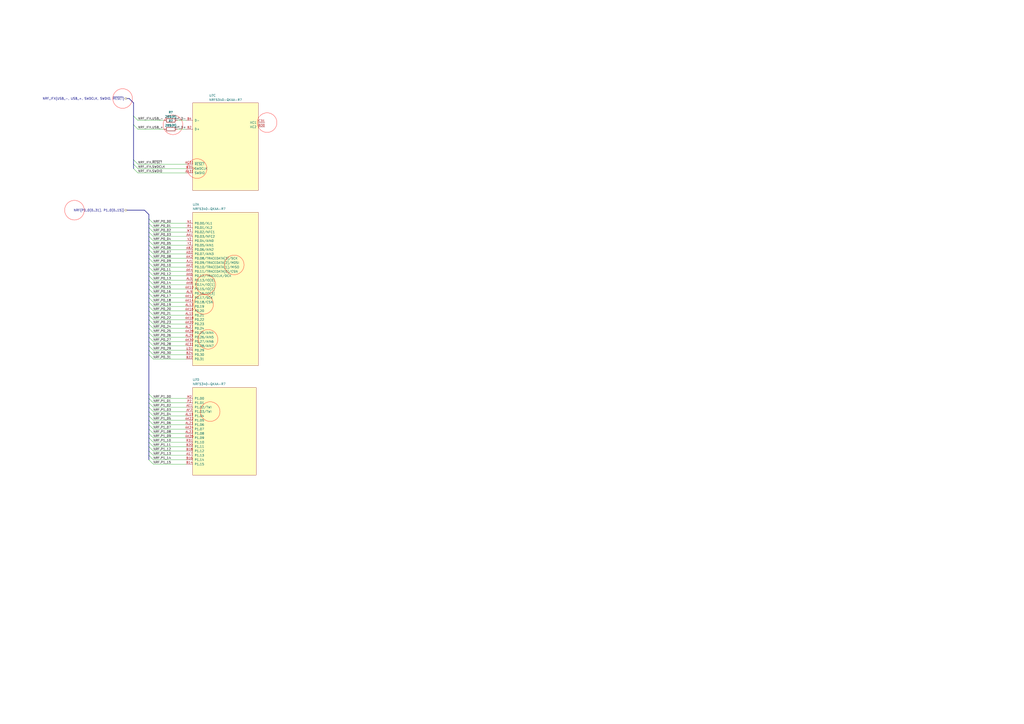
<source format=kicad_sch>
(kicad_sch (version 20230121) (generator eeschema)
  (paper "A2")
  (lib_symbols
    (symbol "Device:R" (pin_numbers hide) (pin_names (offset 0))
      (property "Reference" "R" (at 2.032 0 90))
      (property "Value" "R" (at 0 0 90))
      (symbol "R_0_1"
        (rectangle (start -1.016 -2.54) (end 1.016 2.54) (stroke (width 0.254)))
      )
      (symbol "R_1_1"
        (pin passive line (at 0 3.81 270) (length 1.27) (name "~") (number "1"))
        (pin passive line (at 0 -3.81 90) (length 1.27) (name "~") (number "2"))
      )
    )
    (symbol "NRF5340-QKAA-R7_1" (pin_names (offset 1.016))
      (property "Reference" "U" (at 0 0 0))
      (property "Value" "NRF5340-QKAA-R7_1" (at 0 0 0))
      (symbol "NRF5340-QKAA-R7_1_1_0"
        (pin bidirectional line (at -3.81 -13.97 0) (length 3.81) (name "P0.03/NFC2") (number "AA1"))
        (pin bidirectional line (at -3.81 -21.59 0) (length 3.81) (name "P0.06/AIN2") (number "AB2"))
        (pin bidirectional line (at -3.81 -24.13 0) (length 3.81) (name "P0.07/AIN3") (number "AD2"))
        (pin bidirectional line (at -3.81 -77.47 0) (length 3.81) (name "P0.28/AIN7") (number "AE31"))
        (pin bidirectional line (at -3.81 -26.67 0) (length 3.81) (name "P0.08/TRACEDATA[3]/SCK") (number "AH2"))
        (pin bidirectional line (at -3.81 -29.21 0) (length 3.81) (name "P0.09/TRACEDATA[2]/MOSI") (number "AJ1"))
        (pin bidirectional line (at -3.81 -44.45 0) (length 3.81) (name "P0.15/IO[2]") (number "AK10"))
        (pin bidirectional line (at -3.81 -49.53 0) (length 3.81) (name "P0.17/SCK") (number "AK12"))
        (pin bidirectional line (at -3.81 -52.07 0) (length 3.81) (name "P0.18/CSN") (number "AK14"))
        (pin bidirectional line (at -3.81 -57.15 0) (length 3.81) (name "P0.20") (number "AK16"))
        (pin bidirectional line (at -3.81 -62.23 0) (length 3.81) (name "P0.22") (number "AK18"))
        (pin bidirectional line (at -3.81 -31.75 0) (length 3.81) (name "P0.10/TRACEDATA[1]/MISO") (number "AK2"))
        (pin bidirectional line (at -3.81 -64.77 0) (length 3.81) (name "P0.23") (number "AK20"))
        (pin bidirectional line (at -3.81 -69.85 0) (length 3.81) (name "P0.25/AIN4") (number "AK28"))
        (pin bidirectional line (at -3.81 -74.93 0) (length 3.81) (name "P0.27/AIN6") (number "AK30"))
        (pin bidirectional line (at -3.81 -34.29 0) (length 3.81) (name "P0.11/TRACEDATA[0]/CSN") (number "AK4"))
        (pin bidirectional line (at -3.81 -36.83 0) (length 3.81) (name "P0.12/TRACECLK/DCX") (number "AK6"))
        (pin bidirectional line (at -3.81 -41.91 0) (length 3.81) (name "P0.14/IO[1]") (number "AK8"))
        (pin bidirectional line (at -3.81 -54.61 0) (length 3.81) (name "P0.19") (number "AL13"))
        (pin bidirectional line (at -3.81 -59.69 0) (length 3.81) (name "P0.21") (number "AL15"))
        (pin bidirectional line (at -3.81 -67.31 0) (length 3.81) (name "P0.24") (number "AL27"))
        (pin bidirectional line (at -3.81 -72.39 0) (length 3.81) (name "P0.26/AIN5") (number "AL29"))
        (pin bidirectional line (at -3.81 -39.37 0) (length 3.81) (name "P0.13/IO[0]") (number "AL5"))
        (pin bidirectional line (at -3.81 -46.99 0) (length 3.81) (name "P0.16/IO[3]") (number "AL9"))
        (pin bidirectional line (at -3.81 -85.09 0) (length 3.81) (name "P0.31") (number "B22"))
        (pin bidirectional line (at -3.81 -82.55 0) (length 3.81) (name "P0.30") (number "B24"))
        (pin bidirectional line (at -3.81 -6.35 0) (length 3.81) (name "P0.00/XL1") (number "N1"))
        (pin bidirectional line (at -3.81 -8.89 0) (length 3.81) (name "P0.01/XL2") (number "R1"))
        (pin bidirectional line (at -3.81 -80.01 0) (length 3.81) (name "P0.29") (number "U31"))
        (pin bidirectional line (at -3.81 -16.51 0) (length 3.81) (name "P0.04/AIN0") (number "V2"))
        (pin bidirectional line (at -3.81 -11.43 0) (length 3.81) (name "P0.02/NFC1") (number "W1"))
        (pin bidirectional line (at -3.81 -19.05 0) (length 3.81) (name "P0.05/AIN1") (number "Y2"))
      )
      (symbol "NRF5340-QKAA-R7_1_1_1"
        (rectangle (start 0 0) (end 38.1 -88.9) (fill (type background)))
      )
      (symbol "NRF5340-QKAA-R7_1_2_0"
        (pin power_in line (at 19.05 -143.51 90) (length 3.81) (name "VSS") (number "104"))
        (pin power_in line (at 19.05 -143.51 90) (length 3.81) hide (name "VSS") (number "35"))
        (pin power_in line (at 19.05 -143.51 90) (length 3.81) hide (name "VSS") (number "36"))
        (pin power_in line (at 19.05 -143.51 90) (length 3.81) hide (name "VSS") (number "37"))
        (pin power_in line (at 19.05 -143.51 90) (length 3.81) hide (name "VSS") (number "38"))
        (pin power_in line (at 19.05 -143.51 90) (length 3.81) hide (name "VSS") (number "39"))
        (pin power_in line (at 19.05 -143.51 90) (length 3.81) hide (name "VSS") (number "40"))
        (pin power_in line (at 19.05 -143.51 90) (length 3.81) hide (name "VSS") (number "41"))
        (pin power_in line (at 19.05 -143.51 90) (length 3.81) hide (name "VSS") (number "43"))
        (pin power_in line (at 19.05 -143.51 90) (length 3.81) hide (name "VSS") (number "44"))
        (pin power_in line (at 19.05 -143.51 90) (length 3.81) hide (name "VSS") (number "45"))
        (pin power_in line (at 19.05 -143.51 90) (length 3.81) hide (name "VSS") (number "46"))
        (pin power_in line (at 19.05 -143.51 90) (length 3.81) hide (name "VSS") (number "47"))
        (pin power_in line (at 19.05 -143.51 90) (length 3.81) hide (name "VSS") (number "48"))
        (pin power_in line (at 19.05 -143.51 90) (length 3.81) hide (name "VSS") (number "49"))
        (pin power_in line (at 19.05 -143.51 90) (length 3.81) hide (name "VSS") (number "50"))
        (pin power_in line (at 19.05 -143.51 90) (length 3.81) hide (name "VSS") (number "51"))
        (pin power_in line (at -3.81 -130.81 0) (length 3.81) (name "DECA") (number "A13"))
        (pin power_in line (at -3.81 -88.9 0) (length 3.81) (name "DECD") (number "A15"))
        (pin power_in line (at -3.81 -36.83 0) (length 3.81) (name "VDD1") (number "A19"))
        (pin power_in line (at -3.81 -39.37 0) (length 3.81) (name "DCC") (number "A21"))
        (pin power_in line (at -3.81 -128.27 0) (length 3.81) (name "DECN") (number "A23"))
        (pin power_in line (at 19.05 -143.51 90) (length 3.81) hide (name "VSS") (number "A25"))
        (pin power_in line (at -3.81 -48.26 0) (length 3.81) (name "DECR") (number "A27"))
        (pin power_in line (at -3.81 -123.19 0) (length 3.81) (name "VBUS") (number "A5"))
        (pin power_in line (at -3.81 -6.35 0) (length 3.81) (name "VDD") (number "AC1"))
        (pin power_in line (at -3.81 -6.35 0) (length 3.81) hide (name "VDD") (number "AG1"))
        (pin power_in line (at -3.81 -6.35 0) (length 3.81) hide (name "VDD") (number "AJ31"))
        (pin power_in line (at -3.81 -6.35 0) (length 3.81) hide (name "VDD") (number "AL11"))
        (pin power_in line (at -3.81 -6.35 0) (length 3.81) hide (name "VDD") (number "AL17"))
        (pin power_in line (at -3.81 -6.35 0) (length 3.81) hide (name "VDD") (number "AL25"))
        (pin power_in line (at -3.81 -6.35 0) (length 3.81) hide (name "VDD") (number "AL3"))
        (pin power_in line (at -3.81 -6.35 0) (length 3.81) hide (name "VDD") (number "AL7"))
        (pin power_in line (at -3.81 -77.47 0) (length 3.81) (name "DCCD") (number "B10"))
        (pin power_in line (at 19.05 -143.51 90) (length 3.81) hide (name "VSS") (number "B12"))
        (pin power_in line (at 19.05 -143.51 90) (length 3.81) hide (name "VSS") (number "B26"))
        (pin power_in line (at -3.81 -6.35 0) (length 3.81) hide (name "VDD") (number "B28"))
        (pin power_in line (at -3.81 -125.73 0) (length 3.81) (name "DECUSB") (number "B6"))
        (pin power_in line (at -3.81 -74.93 0) (length 3.81) (name "VDD2") (number "B8"))
        (pin power_in line (at -3.81 -6.35 0) (length 3.81) hide (name "VDD") (number "C1"))
        (pin power_in line (at -3.81 -104.14 0) (length 3.81) (name "VDDH") (number "E1"))
        (pin power_in line (at -3.81 -6.35 0) (length 3.81) hide (name "VDD") (number "E31"))
        (pin power_in line (at 19.05 -143.51 90) (length 3.81) hide (name "VSS") (number "G1"))
        (pin power_in line (at -3.81 -50.8 0) (length 3.81) (name "DECRF") (number "G31"))
        (pin power_in line (at 19.05 -143.51 90) (length 3.81) hide (name "VSS") (number "H2"))
        (pin power_in line (at -3.81 -101.6 0) (length 3.81) (name "DCCH") (number "J1"))
        (pin power_in line (at 19.05 -143.51 90) (length 3.81) hide (name "VSS") (number "J31"))
        (pin power_in line (at -3.81 -99.06 0) (length 3.81) (name "VDD3") (number "L1"))
        (pin bidirectional line (at 41.91 -69.85 180) (length 3.81) (name "ANT") (number "L31"))
        (pin power_in line (at -3.81 -6.35 0) (length 3.81) hide (name "VDD") (number "N31"))
        (pin power_in line (at -3.81 -6.35 0) (length 3.81) hide (name "VDD") (number "U1"))
      )
      (symbol "NRF5340-QKAA-R7_1_2_1"
        (rectangle (start 0 0) (end 38.1 -139.7) (fill (type background)))
      )
      (symbol "NRF5340-QKAA-R7_1_3_0"
        (pin no_connect line (at 41.91 -34.29 180) (length 3.81) (name "NC") (number "A1"))
        (pin no_connect line (at 41.91 -34.29 180) (length 3.81) (name "NC") (number "A31"))
        (pin bidirectional line (at -3.81 -40.64 0) (length 3.81) (name "SWDIO") (number "AA31"))
        (pin input line (at -3.81 -35.56 0) (length 3.81) (name "~{RESET}") (number "AC31"))
        (pin no_connect line (at 41.91 -34.29 180) (length 3.81) (name "NC") (number "AG31"))
        (pin no_connect line (at 41.91 -34.29 180) (length 3.81) (name "NC") (number "AL1"))
        (pin no_connect line (at 41.91 -34.29 180) (length 3.81) (name "NC") (number "AL31"))
        (pin bidirectional line (at -3.81 -15.24 0) (length 3.81) (name "D+") (number "B2"))
        (pin output line (at 41.91 -13.97 180) (length 3.81) (name "XC2") (number "B30"))
        (pin bidirectional line (at -3.81 -10.16 0) (length 3.81) (name "D-") (number "B4"))
        (pin input line (at 41.91 -11.43 180) (length 3.81) (name "XC1") (number "C31"))
        (pin no_connect line (at 41.91 -34.29 180) (length 3.81) (name "NC") (number "D2"))
        (pin no_connect line (at 41.91 -34.29 180) (length 3.81) (name "NC") (number "F2"))
        (pin no_connect line (at 41.91 -34.29 180) (length 3.81) (name "NC") (number "K2"))
        (pin no_connect line (at 41.91 -34.29 180) (length 3.81) (name "NC") (number "T2"))
        (pin input clock (at -3.81 -38.1 0) (length 3.81) (name "SWDCLK") (number "W31"))
      )
      (symbol "NRF5340-QKAA-R7_1_3_1"
        (rectangle (start 0 0) (end 38.1 -50.8) (fill (type background)))
      )
      (symbol "NRF5340-QKAA-R7_1_4_0"
        (pin bidirectional line (at -3.81 -39.37 0) (length 3.81) (name "P1.13") (number "A17"))
        (pin bidirectional line (at -3.81 -11.43 0) (length 3.81) (name "P1.02/TWI") (number "AE1"))
        (pin bidirectional line (at -3.81 -13.97 0) (length 3.81) (name "P1.03/TWI") (number "AF2"))
        (pin bidirectional line (at -3.81 -19.05 0) (length 3.81) (name "P1.05") (number "AK22"))
        (pin bidirectional line (at -3.81 -24.13 0) (length 3.81) (name "P1.07") (number "AK24"))
        (pin bidirectional line (at -3.81 -29.21 0) (length 3.81) (name "P1.09") (number "AK26"))
        (pin bidirectional line (at -3.81 -16.51 0) (length 3.81) (name "P1.04") (number "AL19"))
        (pin bidirectional line (at -3.81 -21.59 0) (length 3.81) (name "P1.06") (number "AL21"))
        (pin bidirectional line (at -3.81 -26.67 0) (length 3.81) (name "P1.08") (number "AL23"))
        (pin bidirectional line (at -3.81 -44.45 0) (length 3.81) (name "P1.15") (number "B14"))
        (pin bidirectional line (at -3.81 -41.91 0) (length 3.81) (name "P1.14") (number "B16"))
        (pin bidirectional line (at -3.81 -36.83 0) (length 3.81) (name "P1.12") (number "B18"))
        (pin bidirectional line (at -3.81 -34.29 0) (length 3.81) (name "P1.11") (number "B20"))
        (pin bidirectional line (at -3.81 -6.35 0) (length 3.81) (name "P1.00") (number "M2"))
        (pin bidirectional line (at -3.81 -8.89 0) (length 3.81) (name "P1.01") (number "P2"))
        (pin bidirectional line (at -3.81 -31.75 0) (length 3.81) (name "P1.10") (number "R31"))
      )
      (symbol "NRF5340-QKAA-R7_1_4_1"
        (rectangle (start 0 0) (end 36.83 -50.8) (fill (type background)))
      )
    )
    (symbol "NRF5340-QKAA-R7_2" (pin_names (offset 1.016))
      (property "Reference" "U" (at 0 0 0))
      (property "Value" "NRF5340-QKAA-R7_2" (at 0 0 0))
      (symbol "NRF5340-QKAA-R7_2_1_0"
        (pin bidirectional line (at -3.81 -13.97 0) (length 3.81) (name "P0.03/NFC2") (number "AA1"))
        (pin bidirectional line (at -3.81 -21.59 0) (length 3.81) (name "P0.06/AIN2") (number "AB2"))
        (pin bidirectional line (at -3.81 -24.13 0) (length 3.81) (name "P0.07/AIN3") (number "AD2"))
        (pin bidirectional line (at -3.81 -77.47 0) (length 3.81) (name "P0.28/AIN7") (number "AE31"))
        (pin bidirectional line (at -3.81 -26.67 0) (length 3.81) (name "P0.08/TRACEDATA[3]/SCK") (number "AH2"))
        (pin bidirectional line (at -3.81 -29.21 0) (length 3.81) (name "P0.09/TRACEDATA[2]/MOSI") (number "AJ1"))
        (pin bidirectional line (at -3.81 -44.45 0) (length 3.81) (name "P0.15/IO[2]") (number "AK10"))
        (pin bidirectional line (at -3.81 -49.53 0) (length 3.81) (name "P0.17/SCK") (number "AK12"))
        (pin bidirectional line (at -3.81 -52.07 0) (length 3.81) (name "P0.18/CSN") (number "AK14"))
        (pin bidirectional line (at -3.81 -57.15 0) (length 3.81) (name "P0.20") (number "AK16"))
        (pin bidirectional line (at -3.81 -62.23 0) (length 3.81) (name "P0.22") (number "AK18"))
        (pin bidirectional line (at -3.81 -31.75 0) (length 3.81) (name "P0.10/TRACEDATA[1]/MISO") (number "AK2"))
        (pin bidirectional line (at -3.81 -64.77 0) (length 3.81) (name "P0.23") (number "AK20"))
        (pin bidirectional line (at -3.81 -69.85 0) (length 3.81) (name "P0.25/AIN4") (number "AK28"))
        (pin bidirectional line (at -3.81 -74.93 0) (length 3.81) (name "P0.27/AIN6") (number "AK30"))
        (pin bidirectional line (at -3.81 -34.29 0) (length 3.81) (name "P0.11/TRACEDATA[0]/CSN") (number "AK4"))
        (pin bidirectional line (at -3.81 -36.83 0) (length 3.81) (name "P0.12/TRACECLK/DCX") (number "AK6"))
        (pin bidirectional line (at -3.81 -41.91 0) (length 3.81) (name "P0.14/IO[1]") (number "AK8"))
        (pin bidirectional line (at -3.81 -54.61 0) (length 3.81) (name "P0.19") (number "AL13"))
        (pin bidirectional line (at -3.81 -59.69 0) (length 3.81) (name "P0.21") (number "AL15"))
        (pin bidirectional line (at -3.81 -67.31 0) (length 3.81) (name "P0.24") (number "AL27"))
        (pin bidirectional line (at -3.81 -72.39 0) (length 3.81) (name "P0.26/AIN5") (number "AL29"))
        (pin bidirectional line (at -3.81 -39.37 0) (length 3.81) (name "P0.13/IO[0]") (number "AL5"))
        (pin bidirectional line (at -3.81 -46.99 0) (length 3.81) (name "P0.16/IO[3]") (number "AL9"))
        (pin bidirectional line (at -3.81 -85.09 0) (length 3.81) (name "P0.31") (number "B22"))
        (pin bidirectional line (at -3.81 -82.55 0) (length 3.81) (name "P0.30") (number "B24"))
        (pin bidirectional line (at -3.81 -6.35 0) (length 3.81) (name "P0.00/XL1") (number "N1"))
        (pin bidirectional line (at -3.81 -8.89 0) (length 3.81) (name "P0.01/XL2") (number "R1"))
        (pin bidirectional line (at -3.81 -80.01 0) (length 3.81) (name "P0.29") (number "U31"))
        (pin bidirectional line (at -3.81 -16.51 0) (length 3.81) (name "P0.04/AIN0") (number "V2"))
        (pin bidirectional line (at -3.81 -11.43 0) (length 3.81) (name "P0.02/NFC1") (number "W1"))
        (pin bidirectional line (at -3.81 -19.05 0) (length 3.81) (name "P0.05/AIN1") (number "Y2"))
      )
      (symbol "NRF5340-QKAA-R7_2_1_1"
        (rectangle (start 0 0) (end 38.1 -88.9) (fill (type background)))
      )
      (symbol "NRF5340-QKAA-R7_2_2_0"
        (pin power_in line (at 19.05 -143.51 90) (length 3.81) (name "VSS") (number "104"))
        (pin power_in line (at 19.05 -143.51 90) (length 3.81) hide (name "VSS") (number "35"))
        (pin power_in line (at 19.05 -143.51 90) (length 3.81) hide (name "VSS") (number "36"))
        (pin power_in line (at 19.05 -143.51 90) (length 3.81) hide (name "VSS") (number "37"))
        (pin power_in line (at 19.05 -143.51 90) (length 3.81) hide (name "VSS") (number "38"))
        (pin power_in line (at 19.05 -143.51 90) (length 3.81) hide (name "VSS") (number "39"))
        (pin power_in line (at 19.05 -143.51 90) (length 3.81) hide (name "VSS") (number "40"))
        (pin power_in line (at 19.05 -143.51 90) (length 3.81) hide (name "VSS") (number "41"))
        (pin power_in line (at 19.05 -143.51 90) (length 3.81) hide (name "VSS") (number "43"))
        (pin power_in line (at 19.05 -143.51 90) (length 3.81) hide (name "VSS") (number "44"))
        (pin power_in line (at 19.05 -143.51 90) (length 3.81) hide (name "VSS") (number "45"))
        (pin power_in line (at 19.05 -143.51 90) (length 3.81) hide (name "VSS") (number "46"))
        (pin power_in line (at 19.05 -143.51 90) (length 3.81) hide (name "VSS") (number "47"))
        (pin power_in line (at 19.05 -143.51 90) (length 3.81) hide (name "VSS") (number "48"))
        (pin power_in line (at 19.05 -143.51 90) (length 3.81) hide (name "VSS") (number "49"))
        (pin power_in line (at 19.05 -143.51 90) (length 3.81) hide (name "VSS") (number "50"))
        (pin power_in line (at 19.05 -143.51 90) (length 3.81) hide (name "VSS") (number "51"))
        (pin power_in line (at -3.81 -130.81 0) (length 3.81) (name "DECA") (number "A13"))
        (pin power_in line (at -3.81 -88.9 0) (length 3.81) (name "DECD") (number "A15"))
        (pin power_in line (at -3.81 -36.83 0) (length 3.81) (name "VDD1") (number "A19"))
        (pin power_in line (at -3.81 -39.37 0) (length 3.81) (name "DCC") (number "A21"))
        (pin power_in line (at -3.81 -128.27 0) (length 3.81) (name "DECN") (number "A23"))
        (pin power_in line (at 19.05 -143.51 90) (length 3.81) hide (name "VSS") (number "A25"))
        (pin power_in line (at -3.81 -48.26 0) (length 3.81) (name "DECR") (number "A27"))
        (pin power_in line (at -3.81 -123.19 0) (length 3.81) (name "VBUS") (number "A5"))
        (pin power_in line (at -3.81 -6.35 0) (length 3.81) (name "VDD") (number "AC1"))
        (pin power_in line (at -3.81 -6.35 0) (length 3.81) hide (name "VDD") (number "AG1"))
        (pin power_in line (at -3.81 -6.35 0) (length 3.81) hide (name "VDD") (number "AJ31"))
        (pin power_in line (at -3.81 -6.35 0) (length 3.81) hide (name "VDD") (number "AL11"))
        (pin power_in line (at -3.81 -6.35 0) (length 3.81) hide (name "VDD") (number "AL17"))
        (pin power_in line (at -3.81 -6.35 0) (length 3.81) hide (name "VDD") (number "AL25"))
        (pin power_in line (at -3.81 -6.35 0) (length 3.81) hide (name "VDD") (number "AL3"))
        (pin power_in line (at -3.81 -6.35 0) (length 3.81) hide (name "VDD") (number "AL7"))
        (pin power_in line (at -3.81 -77.47 0) (length 3.81) (name "DCCD") (number "B10"))
        (pin power_in line (at 19.05 -143.51 90) (length 3.81) hide (name "VSS") (number "B12"))
        (pin power_in line (at 19.05 -143.51 90) (length 3.81) hide (name "VSS") (number "B26"))
        (pin power_in line (at -3.81 -6.35 0) (length 3.81) hide (name "VDD") (number "B28"))
        (pin power_in line (at -3.81 -125.73 0) (length 3.81) (name "DECUSB") (number "B6"))
        (pin power_in line (at -3.81 -74.93 0) (length 3.81) (name "VDD2") (number "B8"))
        (pin power_in line (at -3.81 -6.35 0) (length 3.81) hide (name "VDD") (number "C1"))
        (pin power_in line (at -3.81 -104.14 0) (length 3.81) (name "VDDH") (number "E1"))
        (pin power_in line (at -3.81 -6.35 0) (length 3.81) hide (name "VDD") (number "E31"))
        (pin power_in line (at 19.05 -143.51 90) (length 3.81) hide (name "VSS") (number "G1"))
        (pin power_in line (at -3.81 -50.8 0) (length 3.81) (name "DECRF") (number "G31"))
        (pin power_in line (at 19.05 -143.51 90) (length 3.81) hide (name "VSS") (number "H2"))
        (pin power_in line (at -3.81 -101.6 0) (length 3.81) (name "DCCH") (number "J1"))
        (pin power_in line (at 19.05 -143.51 90) (length 3.81) hide (name "VSS") (number "J31"))
        (pin power_in line (at -3.81 -99.06 0) (length 3.81) (name "VDD3") (number "L1"))
        (pin bidirectional line (at 41.91 -69.85 180) (length 3.81) (name "ANT") (number "L31"))
        (pin power_in line (at -3.81 -6.35 0) (length 3.81) hide (name "VDD") (number "N31"))
        (pin power_in line (at -3.81 -6.35 0) (length 3.81) hide (name "VDD") (number "U1"))
      )
      (symbol "NRF5340-QKAA-R7_2_2_1"
        (rectangle (start 0 0) (end 38.1 -139.7) (fill (type background)))
      )
      (symbol "NRF5340-QKAA-R7_2_3_0"
        (pin no_connect line (at 41.91 -34.29 180) (length 3.81) (name "NC") (number "A1"))
        (pin no_connect line (at 41.91 -34.29 180) (length 3.81) (name "NC") (number "A31"))
        (pin bidirectional line (at -3.81 -40.64 0) (length 3.81) (name "SWDIO") (number "AA31"))
        (pin input line (at -3.81 -35.56 0) (length 3.81) (name "~{RESET}") (number "AC31"))
        (pin no_connect line (at 41.91 -34.29 180) (length 3.81) (name "NC") (number "AG31"))
        (pin no_connect line (at 41.91 -34.29 180) (length 3.81) (name "NC") (number "AL1"))
        (pin no_connect line (at 41.91 -34.29 180) (length 3.81) (name "NC") (number "AL31"))
        (pin bidirectional line (at -3.81 -15.24 0) (length 3.81) (name "D+") (number "B2"))
        (pin output line (at 41.91 -13.97 180) (length 3.81) (name "XC2") (number "B30"))
        (pin bidirectional line (at -3.81 -10.16 0) (length 3.81) (name "D-") (number "B4"))
        (pin input line (at 41.91 -11.43 180) (length 3.81) (name "XC1") (number "C31"))
        (pin no_connect line (at 41.91 -34.29 180) (length 3.81) (name "NC") (number "D2"))
        (pin no_connect line (at 41.91 -34.29 180) (length 3.81) (name "NC") (number "F2"))
        (pin no_connect line (at 41.91 -34.29 180) (length 3.81) (name "NC") (number "K2"))
        (pin no_connect line (at 41.91 -34.29 180) (length 3.81) (name "NC") (number "T2"))
        (pin input clock (at -3.81 -38.1 0) (length 3.81) (name "SWDCLK") (number "W31"))
      )
      (symbol "NRF5340-QKAA-R7_2_3_1"
        (rectangle (start 0 0) (end 38.1 -50.8) (fill (type background)))
      )
      (symbol "NRF5340-QKAA-R7_2_4_0"
        (pin bidirectional line (at -3.81 -39.37 0) (length 3.81) (name "P1.13") (number "A17"))
        (pin bidirectional line (at -3.81 -11.43 0) (length 3.81) (name "P1.02/TWI") (number "AE1"))
        (pin bidirectional line (at -3.81 -13.97 0) (length 3.81) (name "P1.03/TWI") (number "AF2"))
        (pin bidirectional line (at -3.81 -19.05 0) (length 3.81) (name "P1.05") (number "AK22"))
        (pin bidirectional line (at -3.81 -24.13 0) (length 3.81) (name "P1.07") (number "AK24"))
        (pin bidirectional line (at -3.81 -29.21 0) (length 3.81) (name "P1.09") (number "AK26"))
        (pin bidirectional line (at -3.81 -16.51 0) (length 3.81) (name "P1.04") (number "AL19"))
        (pin bidirectional line (at -3.81 -21.59 0) (length 3.81) (name "P1.06") (number "AL21"))
        (pin bidirectional line (at -3.81 -26.67 0) (length 3.81) (name "P1.08") (number "AL23"))
        (pin bidirectional line (at -3.81 -44.45 0) (length 3.81) (name "P1.15") (number "B14"))
        (pin bidirectional line (at -3.81 -41.91 0) (length 3.81) (name "P1.14") (number "B16"))
        (pin bidirectional line (at -3.81 -36.83 0) (length 3.81) (name "P1.12") (number "B18"))
        (pin bidirectional line (at -3.81 -34.29 0) (length 3.81) (name "P1.11") (number "B20"))
        (pin bidirectional line (at -3.81 -6.35 0) (length 3.81) (name "P1.00") (number "M2"))
        (pin bidirectional line (at -3.81 -8.89 0) (length 3.81) (name "P1.01") (number "P2"))
        (pin bidirectional line (at -3.81 -31.75 0) (length 3.81) (name "P1.10") (number "R31"))
      )
      (symbol "NRF5340-QKAA-R7_2_4_1"
        (rectangle (start 0 0) (end 36.83 -50.8) (fill (type background)))
      )
    )
    (symbol "NRF5340-QKAA-R7_3" (pin_names (offset 1.016))
      (property "Reference" "U" (at 0 0 0))
      (property "Value" "NRF5340-QKAA-R7_3" (at 0 0 0))
      (symbol "NRF5340-QKAA-R7_3_1_0"
        (pin bidirectional line (at -3.81 -13.97 0) (length 3.81) (name "P0.03/NFC2") (number "AA1"))
        (pin bidirectional line (at -3.81 -21.59 0) (length 3.81) (name "P0.06/AIN2") (number "AB2"))
        (pin bidirectional line (at -3.81 -24.13 0) (length 3.81) (name "P0.07/AIN3") (number "AD2"))
        (pin bidirectional line (at -3.81 -77.47 0) (length 3.81) (name "P0.28/AIN7") (number "AE31"))
        (pin bidirectional line (at -3.81 -26.67 0) (length 3.81) (name "P0.08/TRACEDATA[3]/SCK") (number "AH2"))
        (pin bidirectional line (at -3.81 -29.21 0) (length 3.81) (name "P0.09/TRACEDATA[2]/MOSI") (number "AJ1"))
        (pin bidirectional line (at -3.81 -44.45 0) (length 3.81) (name "P0.15/IO[2]") (number "AK10"))
        (pin bidirectional line (at -3.81 -49.53 0) (length 3.81) (name "P0.17/SCK") (number "AK12"))
        (pin bidirectional line (at -3.81 -52.07 0) (length 3.81) (name "P0.18/CSN") (number "AK14"))
        (pin bidirectional line (at -3.81 -57.15 0) (length 3.81) (name "P0.20") (number "AK16"))
        (pin bidirectional line (at -3.81 -62.23 0) (length 3.81) (name "P0.22") (number "AK18"))
        (pin bidirectional line (at -3.81 -31.75 0) (length 3.81) (name "P0.10/TRACEDATA[1]/MISO") (number "AK2"))
        (pin bidirectional line (at -3.81 -64.77 0) (length 3.81) (name "P0.23") (number "AK20"))
        (pin bidirectional line (at -3.81 -69.85 0) (length 3.81) (name "P0.25/AIN4") (number "AK28"))
        (pin bidirectional line (at -3.81 -74.93 0) (length 3.81) (name "P0.27/AIN6") (number "AK30"))
        (pin bidirectional line (at -3.81 -34.29 0) (length 3.81) (name "P0.11/TRACEDATA[0]/CSN") (number "AK4"))
        (pin bidirectional line (at -3.81 -36.83 0) (length 3.81) (name "P0.12/TRACECLK/DCX") (number "AK6"))
        (pin bidirectional line (at -3.81 -41.91 0) (length 3.81) (name "P0.14/IO[1]") (number "AK8"))
        (pin bidirectional line (at -3.81 -54.61 0) (length 3.81) (name "P0.19") (number "AL13"))
        (pin bidirectional line (at -3.81 -59.69 0) (length 3.81) (name "P0.21") (number "AL15"))
        (pin bidirectional line (at -3.81 -67.31 0) (length 3.81) (name "P0.24") (number "AL27"))
        (pin bidirectional line (at -3.81 -72.39 0) (length 3.81) (name "P0.26/AIN5") (number "AL29"))
        (pin bidirectional line (at -3.81 -39.37 0) (length 3.81) (name "P0.13/IO[0]") (number "AL5"))
        (pin bidirectional line (at -3.81 -46.99 0) (length 3.81) (name "P0.16/IO[3]") (number "AL9"))
        (pin bidirectional line (at -3.81 -85.09 0) (length 3.81) (name "P0.31") (number "B22"))
        (pin bidirectional line (at -3.81 -82.55 0) (length 3.81) (name "P0.30") (number "B24"))
        (pin bidirectional line (at -3.81 -6.35 0) (length 3.81) (name "P0.00/XL1") (number "N1"))
        (pin bidirectional line (at -3.81 -8.89 0) (length 3.81) (name "P0.01/XL2") (number "R1"))
        (pin bidirectional line (at -3.81 -80.01 0) (length 3.81) (name "P0.29") (number "U31"))
        (pin bidirectional line (at -3.81 -16.51 0) (length 3.81) (name "P0.04/AIN0") (number "V2"))
        (pin bidirectional line (at -3.81 -11.43 0) (length 3.81) (name "P0.02/NFC1") (number "W1"))
        (pin bidirectional line (at -3.81 -19.05 0) (length 3.81) (name "P0.05/AIN1") (number "Y2"))
      )
      (symbol "NRF5340-QKAA-R7_3_1_1"
        (rectangle (start 0 0) (end 38.1 -88.9) (fill (type background)))
      )
      (symbol "NRF5340-QKAA-R7_3_2_0"
        (pin power_in line (at 19.05 -143.51 90) (length 3.81) (name "VSS") (number "104"))
        (pin power_in line (at 19.05 -143.51 90) (length 3.81) hide (name "VSS") (number "35"))
        (pin power_in line (at 19.05 -143.51 90) (length 3.81) hide (name "VSS") (number "36"))
        (pin power_in line (at 19.05 -143.51 90) (length 3.81) hide (name "VSS") (number "37"))
        (pin power_in line (at 19.05 -143.51 90) (length 3.81) hide (name "VSS") (number "38"))
        (pin power_in line (at 19.05 -143.51 90) (length 3.81) hide (name "VSS") (number "39"))
        (pin power_in line (at 19.05 -143.51 90) (length 3.81) hide (name "VSS") (number "40"))
        (pin power_in line (at 19.05 -143.51 90) (length 3.81) hide (name "VSS") (number "41"))
        (pin power_in line (at 19.05 -143.51 90) (length 3.81) hide (name "VSS") (number "43"))
        (pin power_in line (at 19.05 -143.51 90) (length 3.81) hide (name "VSS") (number "44"))
        (pin power_in line (at 19.05 -143.51 90) (length 3.81) hide (name "VSS") (number "45"))
        (pin power_in line (at 19.05 -143.51 90) (length 3.81) hide (name "VSS") (number "46"))
        (pin power_in line (at 19.05 -143.51 90) (length 3.81) hide (name "VSS") (number "47"))
        (pin power_in line (at 19.05 -143.51 90) (length 3.81) hide (name "VSS") (number "48"))
        (pin power_in line (at 19.05 -143.51 90) (length 3.81) hide (name "VSS") (number "49"))
        (pin power_in line (at 19.05 -143.51 90) (length 3.81) hide (name "VSS") (number "50"))
        (pin power_in line (at 19.05 -143.51 90) (length 3.81) hide (name "VSS") (number "51"))
        (pin power_in line (at -3.81 -130.81 0) (length 3.81) (name "DECA") (number "A13"))
        (pin power_in line (at -3.81 -88.9 0) (length 3.81) (name "DECD") (number "A15"))
        (pin power_in line (at -3.81 -36.83 0) (length 3.81) (name "VDD1") (number "A19"))
        (pin power_in line (at -3.81 -39.37 0) (length 3.81) (name "DCC") (number "A21"))
        (pin power_in line (at -3.81 -128.27 0) (length 3.81) (name "DECN") (number "A23"))
        (pin power_in line (at 19.05 -143.51 90) (length 3.81) hide (name "VSS") (number "A25"))
        (pin power_in line (at -3.81 -48.26 0) (length 3.81) (name "DECR") (number "A27"))
        (pin power_in line (at -3.81 -123.19 0) (length 3.81) (name "VBUS") (number "A5"))
        (pin power_in line (at -3.81 -6.35 0) (length 3.81) (name "VDD") (number "AC1"))
        (pin power_in line (at -3.81 -6.35 0) (length 3.81) hide (name "VDD") (number "AG1"))
        (pin power_in line (at -3.81 -6.35 0) (length 3.81) hide (name "VDD") (number "AJ31"))
        (pin power_in line (at -3.81 -6.35 0) (length 3.81) hide (name "VDD") (number "AL11"))
        (pin power_in line (at -3.81 -6.35 0) (length 3.81) hide (name "VDD") (number "AL17"))
        (pin power_in line (at -3.81 -6.35 0) (length 3.81) hide (name "VDD") (number "AL25"))
        (pin power_in line (at -3.81 -6.35 0) (length 3.81) hide (name "VDD") (number "AL3"))
        (pin power_in line (at -3.81 -6.35 0) (length 3.81) hide (name "VDD") (number "AL7"))
        (pin power_in line (at -3.81 -77.47 0) (length 3.81) (name "DCCD") (number "B10"))
        (pin power_in line (at 19.05 -143.51 90) (length 3.81) hide (name "VSS") (number "B12"))
        (pin power_in line (at 19.05 -143.51 90) (length 3.81) hide (name "VSS") (number "B26"))
        (pin power_in line (at -3.81 -6.35 0) (length 3.81) hide (name "VDD") (number "B28"))
        (pin power_in line (at -3.81 -125.73 0) (length 3.81) (name "DECUSB") (number "B6"))
        (pin power_in line (at -3.81 -74.93 0) (length 3.81) (name "VDD2") (number "B8"))
        (pin power_in line (at -3.81 -6.35 0) (length 3.81) hide (name "VDD") (number "C1"))
        (pin power_in line (at -3.81 -104.14 0) (length 3.81) (name "VDDH") (number "E1"))
        (pin power_in line (at -3.81 -6.35 0) (length 3.81) hide (name "VDD") (number "E31"))
        (pin power_in line (at 19.05 -143.51 90) (length 3.81) hide (name "VSS") (number "G1"))
        (pin power_in line (at -3.81 -50.8 0) (length 3.81) (name "DECRF") (number "G31"))
        (pin power_in line (at 19.05 -143.51 90) (length 3.81) hide (name "VSS") (number "H2"))
        (pin power_in line (at -3.81 -101.6 0) (length 3.81) (name "DCCH") (number "J1"))
        (pin power_in line (at 19.05 -143.51 90) (length 3.81) hide (name "VSS") (number "J31"))
        (pin power_in line (at -3.81 -99.06 0) (length 3.81) (name "VDD3") (number "L1"))
        (pin bidirectional line (at 41.91 -69.85 180) (length 3.81) (name "ANT") (number "L31"))
        (pin power_in line (at -3.81 -6.35 0) (length 3.81) hide (name "VDD") (number "N31"))
        (pin power_in line (at -3.81 -6.35 0) (length 3.81) hide (name "VDD") (number "U1"))
      )
      (symbol "NRF5340-QKAA-R7_3_2_1"
        (rectangle (start 0 0) (end 38.1 -139.7) (fill (type background)))
      )
      (symbol "NRF5340-QKAA-R7_3_3_0"
        (pin no_connect line (at 41.91 -34.29 180) (length 3.81) hide (name "NC") (number "A1"))
        (pin no_connect line (at 41.91 -34.29 180) (length 3.81) hide (name "NC") (number "A31"))
        (pin bidirectional line (at -3.81 -40.64 0) (length 3.81) (name "SWDIO") (number "AA31"))
        (pin input line (at -3.81 -35.56 0) (length 3.81) (name "~{RESET}") (number "AC31"))
        (pin no_connect line (at 41.91 -34.29 180) (length 3.81) hide (name "NC") (number "AG31"))
        (pin no_connect line (at 41.91 -34.29 180) (length 3.81) hide (name "NC") (number "AL1"))
        (pin no_connect line (at 41.91 -34.29 180) (length 3.81) hide (name "NC") (number "AL31"))
        (pin bidirectional line (at -3.81 -15.24 0) (length 3.81) (name "D+") (number "B2"))
        (pin output line (at 41.91 -13.97 180) (length 3.81) (name "XC2") (number "B30"))
        (pin bidirectional line (at -3.81 -10.16 0) (length 3.81) (name "D-") (number "B4"))
        (pin input line (at 41.91 -11.43 180) (length 3.81) (name "XC1") (number "C31"))
        (pin no_connect line (at 41.91 -34.29 180) (length 3.81) hide (name "NC") (number "D2"))
        (pin no_connect line (at 41.91 -34.29 180) (length 3.81) hide (name "NC") (number "F2"))
        (pin no_connect line (at 41.91 -34.29 180) (length 3.81) hide (name "NC") (number "K2"))
        (pin no_connect line (at 41.91 -34.29 180) (length 3.81) hide (name "NC") (number "T2"))
        (pin input clock (at -3.81 -38.1 0) (length 3.81) (name "SWDCLK") (number "W31"))
      )
      (symbol "NRF5340-QKAA-R7_3_3_1"
        (rectangle (start 0 0) (end 38.1 -50.8) (fill (type background)))
      )
      (symbol "NRF5340-QKAA-R7_3_4_0"
        (pin bidirectional line (at -3.81 -39.37 0) (length 3.81) (name "P1.13") (number "A17"))
        (pin bidirectional line (at -3.81 -11.43 0) (length 3.81) (name "P1.02/TWI") (number "AE1"))
        (pin bidirectional line (at -3.81 -13.97 0) (length 3.81) (name "P1.03/TWI") (number "AF2"))
        (pin bidirectional line (at -3.81 -19.05 0) (length 3.81) (name "P1.05") (number "AK22"))
        (pin bidirectional line (at -3.81 -24.13 0) (length 3.81) (name "P1.07") (number "AK24"))
        (pin bidirectional line (at -3.81 -29.21 0) (length 3.81) (name "P1.09") (number "AK26"))
        (pin bidirectional line (at -3.81 -16.51 0) (length 3.81) (name "P1.04") (number "AL19"))
        (pin bidirectional line (at -3.81 -21.59 0) (length 3.81) (name "P1.06") (number "AL21"))
        (pin bidirectional line (at -3.81 -26.67 0) (length 3.81) (name "P1.08") (number "AL23"))
        (pin bidirectional line (at -3.81 -44.45 0) (length 3.81) (name "P1.15") (number "B14"))
        (pin bidirectional line (at -3.81 -41.91 0) (length 3.81) (name "P1.14") (number "B16"))
        (pin bidirectional line (at -3.81 -36.83 0) (length 3.81) (name "P1.12") (number "B18"))
        (pin bidirectional line (at -3.81 -34.29 0) (length 3.81) (name "P1.11") (number "B20"))
        (pin bidirectional line (at -3.81 -6.35 0) (length 3.81) (name "P1.00") (number "M2"))
        (pin bidirectional line (at -3.81 -8.89 0) (length 3.81) (name "P1.01") (number "P2"))
        (pin bidirectional line (at -3.81 -31.75 0) (length 3.81) (name "P1.10") (number "R31"))
      )
      (symbol "NRF5340-QKAA-R7_3_4_1"
        (rectangle (start 0 0) (end 36.83 -50.8) (fill (type background)))
      )
    )
  )
  (bus_entry (at 86.36 144.78) (size 2.54 2.54))
  (bus_entry (at 86.36 228.6) (size 2.54 2.54))
  (bus_entry (at 86.36 177.8) (size 2.54 2.54))
  (bus_entry (at 86.36 139.7) (size 2.54 2.54))
  (bus_entry (at 86.36 147.32) (size 2.54 2.54))
  (bus_entry (at 86.36 185.42) (size 2.54 2.54))
  (bus_entry (at 86.36 266.7) (size 2.54 2.54))
  (bus_entry (at 86.36 236.22) (size 2.54 2.54))
  (bus_entry (at 86.36 157.48) (size 2.54 2.54))
  (bus_entry (at 86.36 195.58) (size 2.54 2.54))
  (bus_entry (at 86.36 160.02) (size 2.54 2.54))
  (bus_entry (at 86.36 261.62) (size 2.54 2.54))
  (bus_entry (at 86.36 243.84) (size 2.54 2.54))
  (bus_entry (at 86.36 203.2) (size 2.54 2.54))
  (bus_entry (at 86.36 182.88) (size 2.54 2.54))
  (bus_entry (at 86.36 246.38) (size 2.54 2.54))
  (bus_entry (at 86.36 248.92) (size 2.54 2.54))
  (bus_entry (at 86.36 180.34) (size 2.54 2.54))
  (bus_entry (at 86.36 251.46) (size 2.54 2.54))
  (bus_entry (at 86.36 127) (size 2.54 2.54))
  (bus_entry (at 86.36 259.08) (size 2.54 2.54))
  (bus_entry (at 86.36 165.1) (size 2.54 2.54))
  (bus_entry (at 86.36 190.5) (size 2.54 2.54))
  (bus_entry (at 86.36 205.74) (size 2.54 2.54))
  (bus_entry (at 86.36 198.12) (size 2.54 2.54))
  (bus_entry (at 77.47 92.71) (size 2.54 2.54))
  (bus_entry (at 77.47 72.39) (size 2.54 2.54))
  (bus_entry (at 86.36 134.62) (size 2.54 2.54))
  (bus_entry (at 86.36 162.56) (size 2.54 2.54))
  (bus_entry (at 86.36 167.64) (size 2.54 2.54))
  (bus_entry (at 86.36 170.18) (size 2.54 2.54))
  (bus_entry (at 86.36 175.26) (size 2.54 2.54))
  (bus_entry (at 86.36 149.86) (size 2.54 2.54))
  (bus_entry (at 86.36 238.76) (size 2.54 2.54))
  (bus_entry (at 77.47 95.25) (size 2.54 2.54))
  (bus_entry (at 77.47 97.79) (size 2.54 2.54))
  (bus_entry (at 86.36 172.72) (size 2.54 2.54))
  (bus_entry (at 86.36 142.24) (size 2.54 2.54))
  (bus_entry (at 86.36 241.3) (size 2.54 2.54))
  (bus_entry (at 86.36 129.54) (size 2.54 2.54))
  (bus_entry (at 86.36 264.16) (size 2.54 2.54))
  (bus_entry (at 86.36 154.94) (size 2.54 2.54))
  (bus_entry (at 86.36 193.04) (size 2.54 2.54))
  (bus_entry (at 86.36 132.08) (size 2.54 2.54))
  (bus_entry (at 86.36 233.68) (size 2.54 2.54))
  (bus_entry (at 86.36 231.14) (size 2.54 2.54))
  (bus_entry (at 86.36 200.66) (size 2.54 2.54))
  (bus_entry (at 86.36 254) (size 2.54 2.54))
  (bus_entry (at 86.36 256.54) (size 2.54 2.54))
  (bus_entry (at 86.36 137.16) (size 2.54 2.54))
  (bus_entry (at 86.36 152.4) (size 2.54 2.54))
  (bus_entry (at 86.36 187.96) (size 2.54 2.54))
  (bus_entry (at 77.47 67.31) (size 2.54 2.54))
  (wire (pts (xy 88.9 241.3) (xy 107.95 241.3)))
  (wire (pts (xy 88.9 233.68) (xy 107.95 233.68)))
  (bus (pts (xy 86.36 129.54) (xy 86.36 132.08)))
  (wire (pts (xy 88.9 259.08) (xy 107.95 259.08)))
  (wire (pts (xy 88.9 160.02) (xy 107.95 160.02)))
  (bus (pts (xy 77.47 95.25) (xy 77.47 97.79)))
  (bus (pts (xy 86.36 139.7) (xy 86.36 142.24)))
  (bus (pts (xy 86.36 160.02) (xy 86.36 162.56)))
  (wire (pts (xy 88.9 144.78) (xy 107.95 144.78)))
  (wire (pts (xy 88.9 137.16) (xy 107.95 137.16)))
  (bus (pts (xy 86.36 134.62) (xy 86.36 137.16)))
  (bus (pts (xy 83.82 121.92) (xy 86.36 124.46)))
  (wire (pts (xy 88.9 177.8) (xy 107.95 177.8)))
  (bus (pts (xy 86.36 200.66) (xy 86.36 203.2)))
  (wire (pts (xy 88.9 175.26) (xy 107.95 175.26)))
  (bus (pts (xy 86.36 261.62) (xy 86.36 264.16)))
  (wire (pts (xy 88.9 256.54) (xy 107.95 256.54)))
  (bus (pts (xy 86.36 142.24) (xy 86.36 144.78)))
  (bus (pts (xy 86.36 254) (xy 86.36 256.54)))
  (bus (pts (xy 86.36 236.22) (xy 86.36 238.76)))
  (wire (pts (xy 88.9 129.54) (xy 107.95 129.54)))
  (bus (pts (xy 86.36 132.08) (xy 86.36 134.62)))
  (bus (pts (xy 86.36 195.58) (xy 86.36 198.12)))
  (wire (pts (xy 88.9 142.24) (xy 107.95 142.24)))
  (wire (pts (xy 88.9 203.2) (xy 107.95 203.2)))
  (bus (pts (xy 86.36 233.68) (xy 86.36 236.22)))
  (bus (pts (xy 86.36 149.86) (xy 86.36 152.4)))
  (wire (pts (xy 88.9 195.58) (xy 107.95 195.58)))
  (wire (pts (xy 80.01 97.79) (xy 107.95 97.79)))
  (wire (pts (xy 88.9 147.32) (xy 107.95 147.32)))
  (bus (pts (xy 86.36 241.3) (xy 86.36 243.84)))
  (wire (pts (xy 88.9 200.66) (xy 107.95 200.66)))
  (wire (pts (xy 88.9 190.5) (xy 107.95 190.5)))
  (bus (pts (xy 86.36 259.08) (xy 86.36 261.62)))
  (bus (pts (xy 86.36 127) (xy 86.36 129.54)))
  (bus (pts (xy 86.36 198.12) (xy 86.36 200.66)))
  (bus (pts (xy 86.36 177.8) (xy 86.36 180.34)))
  (wire (pts (xy 80.01 95.25) (xy 107.95 95.25)))
  (wire (pts (xy 88.9 254) (xy 107.95 254)))
  (bus (pts (xy 86.36 152.4) (xy 86.36 154.94)))
  (wire (pts (xy 88.9 193.04) (xy 107.95 193.04)))
  (wire (pts (xy 88.9 162.56) (xy 107.95 162.56)))
  (bus (pts (xy 86.36 264.16) (xy 86.36 266.7)))
  (wire (pts (xy 102.87 74.93) (xy 107.95 74.93)))
  (wire (pts (xy 88.9 205.74) (xy 107.95 205.74)))
  (wire (pts (xy 88.9 264.16) (xy 107.95 264.16)))
  (wire (pts (xy 88.9 157.48) (xy 107.95 157.48)))
  (bus (pts (xy 73.66 57.15) (xy 74.93 57.15)))
  (bus (pts (xy 86.36 157.48) (xy 86.36 160.02)))
  (wire (pts (xy 88.9 236.22) (xy 107.95 236.22)))
  (bus (pts (xy 86.36 162.56) (xy 86.36 165.1)))
  (wire (pts (xy 88.9 266.7) (xy 107.95 266.7)))
  (bus (pts (xy 77.47 67.31) (xy 77.47 72.39)))
  (bus (pts (xy 86.36 165.1) (xy 86.36 167.64)))
  (bus (pts (xy 86.36 170.18) (xy 86.36 172.72)))
  (bus (pts (xy 77.47 59.69) (xy 77.47 67.31)))
  (wire (pts (xy 88.9 269.24) (xy 107.95 269.24)))
  (wire (pts (xy 88.9 172.72) (xy 107.95 172.72)))
  (bus (pts (xy 77.47 92.71) (xy 77.47 95.25)))
  (wire (pts (xy 88.9 231.14) (xy 107.95 231.14)))
  (bus (pts (xy 77.47 72.39) (xy 77.47 92.71)))
  (bus (pts (xy 86.36 147.32) (xy 86.36 149.86)))
  (wire (pts (xy 88.9 170.18) (xy 107.95 170.18)))
  (bus (pts (xy 86.36 182.88) (xy 86.36 185.42)))
  (wire (pts (xy 88.9 208.28) (xy 107.95 208.28)))
  (bus (pts (xy 86.36 172.72) (xy 86.36 175.26)))
  (wire (pts (xy 88.9 198.12) (xy 107.95 198.12)))
  (wire (pts (xy 102.87 69.85) (xy 107.95 69.85)))
  (wire (pts (xy 88.9 251.46) (xy 107.95 251.46)))
  (wire (pts (xy 88.9 261.62) (xy 107.95 261.62)))
  (wire (pts (xy 80.01 74.93) (xy 95.25 74.93)))
  (wire (pts (xy 88.9 154.94) (xy 107.95 154.94)))
  (wire (pts (xy 88.9 185.42) (xy 107.95 185.42)))
  (wire (pts (xy 88.9 134.62) (xy 107.95 134.62)))
  (bus (pts (xy 86.36 205.74) (xy 86.36 228.6)))
  (bus (pts (xy 86.36 193.04) (xy 86.36 195.58)))
  (bus (pts (xy 86.36 248.92) (xy 86.36 251.46)))
  (bus (pts (xy 86.36 243.84) (xy 86.36 246.38)))
  (wire (pts (xy 88.9 187.96) (xy 107.95 187.96)))
  (bus (pts (xy 86.36 144.78) (xy 86.36 147.32)))
  (wire (pts (xy 88.9 182.88) (xy 107.95 182.88)))
  (bus (pts (xy 86.36 203.2) (xy 86.36 205.74)))
  (bus (pts (xy 86.36 185.42) (xy 86.36 187.96)))
  (wire (pts (xy 88.9 139.7) (xy 107.95 139.7)))
  (wire (pts (xy 88.9 132.08) (xy 107.95 132.08)))
  (wire (pts (xy 88.9 246.38) (xy 107.95 246.38)))
  (bus (pts (xy 86.36 175.26) (xy 86.36 177.8)))
  (bus (pts (xy 86.36 251.46) (xy 86.36 254)))
  (bus (pts (xy 86.36 190.5) (xy 86.36 193.04)))
  (bus (pts (xy 86.36 231.14) (xy 86.36 233.68)))
  (wire (pts (xy 88.9 165.1) (xy 107.95 165.1)))
  (wire (pts (xy 95.25 69.85) (xy 80.01 69.85)))
  (wire (pts (xy 88.9 167.64) (xy 107.95 167.64)))
  (bus (pts (xy 86.36 124.46) (xy 86.36 127)))
  (wire (pts (xy 88.9 243.84) (xy 107.95 243.84)))
  (bus (pts (xy 86.36 238.76) (xy 86.36 241.3)))
  (wire (pts (xy 88.9 238.76) (xy 107.95 238.76)))
  (wire (pts (xy 88.9 180.34) (xy 107.95 180.34)))
  (bus (pts (xy 73.66 121.92) (xy 83.82 121.92)))
  (wire (pts (xy 88.9 152.4) (xy 107.95 152.4)))
  (bus (pts (xy 86.36 256.54) (xy 86.36 259.08)))
  (wire (pts (xy 80.01 100.33) (xy 107.95 100.33)))
  (wire (pts (xy 88.9 248.92) (xy 107.95 248.92)))
  (wire (pts (xy 88.9 149.86) (xy 107.95 149.86)))
  (bus (pts (xy 74.93 57.15) (xy 77.47 59.69)))
  (bus (pts (xy 86.36 228.6) (xy 86.36 231.14)))
  (bus (pts (xy 86.36 167.64) (xy 86.36 170.18)))
  (bus (pts (xy 86.36 246.38) (xy 86.36 248.92)))
  (bus (pts (xy 86.36 180.34) (xy 86.36 182.88)))
  (bus (pts (xy 86.36 187.96) (xy 86.36 190.5)))
  (bus (pts (xy 86.36 137.16) (xy 86.36 139.7)))
  (bus (pts (xy 86.36 154.94) (xy 86.36 157.48)))
  (circle (center 118.11 176.53) (radius 5.6796) (stroke (width 0) (color 255 0 0 1)))
  (circle (center 120.65 196.85) (radius 5.6796) (stroke (width 0) (color 255 0 0 1)))
  (circle (center 135.89 153.67) (radius 5.6796) (stroke (width 0) (color 255 0 0 1)))
  (circle (center 100.33 72.39) (radius 5.6796) (stroke (width 0) (color 255 0 0 1)))
  (circle (center 119.38 165.1) (radius 5.6796) (stroke (width 0) (color 255 0 0 1)))
  (circle (center 114.3 97.79) (radius 5.6796) (stroke (width 0) (color 255 0 0 1)))
  (circle (center 71.12 57.15) (radius 5.6796) (stroke (width 0) (color 255 0 0 1)))
  (circle (center 154.94 71.12) (radius 5.6796) (stroke (width 0) (color 255 0 0 1)))
  (circle (center 43.18 121.92) (radius 5.6796) (stroke (width 0) (color 255 0 0 1)))
  (circle (center 121.92 238.76) (radius 5.6796) (stroke (width 0) (color 255 0 0 1)))
  (label "NRF.P0_29" (at 88.9 203.2 0))
  (label "NRF.P0_31" (at 88.9 208.28 0))
  (label "NRF.P0_28" (at 88.9 200.66 0))
  (label "NRF.P0_02" (at 88.9 134.62 0))
  (label "NRF.P0_15" (at 88.9 167.64 0))
  (label "NRF.P0_18" (at 88.9 175.26 0))
  (label "NRF.P0_30" (at 88.9 205.74 0))
  (label "NRF_IFX.SWDIO" (at 80.01 100.33 0))
  (label "NRF.P0_11" (at 88.9 157.48 0))
  (label "NRF.P1_02" (at 88.9 236.22 0))
  (label "NRF.P0_06" (at 88.9 144.78 0))
  (label "NRF.P0_03" (at 88.9 137.16 0))
  (label "NRF.P1_06" (at 88.9 246.38 0))
  (label "NRF.P0_22" (at 88.9 185.42 0))
  (label "nrf_D-" (at 107.95 69.85 180))
  (label "NRF.P0_23" (at 88.9 187.96 0))
  (label "NRF.P1_14" (at 88.9 266.7 0))
  (label "NRF.P0_25" (at 88.9 193.04 0))
  (label "NRF.P1_01" (at 88.9 233.68 0))
  (label "NRF.P0_09" (at 88.9 152.4 0))
  (label "NRF.P1_05" (at 88.9 243.84 0))
  (label "NRF.P0_14" (at 88.9 165.1 0))
  (label "NRF_IFX.USB_-" (at 80.01 69.85 0))
  (label "NRF.P1_11" (at 88.9 259.08 0))
  (label "NRF.P1_15" (at 88.9 269.24 0))
  (label "NRF_IFX.SWDCLK" (at 80.01 97.79 0))
  (label "nrf_D+" (at 107.95 74.93 180))
  (label "NRF.P1_08" (at 88.9 251.46 0))
  (label "NRF_IFX.USB_+" (at 80.01 74.93 0))
  (label "NRF.P0_07" (at 88.9 147.32 0))
  (label "NRF.P0_08" (at 88.9 149.86 0))
  (label "NRF.P0_10" (at 88.9 154.94 0))
  (label "NRF.P1_07" (at 88.9 248.92 0))
  (label "NRF.P0_04" (at 88.9 139.7 0))
  (label "NRF.P0_01" (at 88.9 132.08 0))
  (label "NRF_IFX.~{RESET}" (at 80.01 95.25 0))
  (label "NRF.P0_20" (at 88.9 180.34 0))
  (label "NRF.P0_26" (at 88.9 195.58 0))
  (label "NRF.P0_16" (at 88.9 170.18 0))
  (label "NRF.P1_09" (at 88.9 254 0))
  (label "NRF.P0_19" (at 88.9 177.8 0))
  (label "NRF.P1_10" (at 88.9 256.54 0))
  (label "NRF.P0_00" (at 88.9 129.54 0))
  (label "NRF.P0_05" (at 88.9 142.24 0))
  (label "NRF.P0_24" (at 88.9 190.5 0))
  (label "NRF.P0_12" (at 88.9 160.02 0))
  (label "NRF.P0_17" (at 88.9 172.72 0))
  (label "NRF.P0_13" (at 88.9 162.56 0))
  (label "NRF.P1_03" (at 88.9 238.76 0))
  (label "NRF.P1_13" (at 88.9 264.16 0))
  (label "NRF.P1_04" (at 88.9 241.3 0))
  (label "NRF.P0_21" (at 88.9 182.88 0))
  (label "NRF.P0_27" (at 88.9 198.12 0))
  (label "NRF.P1_12" (at 88.9 261.62 0))
  (label "NRF.P1_00" (at 88.9 231.14 0))
  (hierarchical_label "NRF{P0_0[0..31], P1_0[0..15]}" (shape bidirectional) (at 73.66 121.92 180))
  (hierarchical_label "NRF_IFX{USB_-, USB_+, SWDCLK, SWDIO, ~{RESET}}" (shape bidirectional) (at 73.66 57.15 180))
  (symbol (lib_id "Device:R") (at 99.06 74.93 90) (unit 1)
    (property "Reference" "R?" (at 99.06 70.2142 90))
    (property "Value" "28${R}" (at 99.06 72.7511 90))
    (property "Footprint" "Resistor_SMD:R_0201_0603Metric" (effects hide))
  )
  (symbol (lib_id "Device:R") (at 99.06 69.85 90) (unit 1)
    (property "Reference" "R?" (at 99.06 65.1342 90))
    (property "Value" "28${R}" (at 99.06 67.6711 90))
    (property "Footprint" "Resistor_SMD:R_0201_0603Metric" (effects hide))
  )
  (symbol (lib_name "NRF5340-QKAA-R7_3") (lib_id "1.Embedded.Specialized:NRF5340-QKAA-R7") (at 111.76 59.69 0) (unit 3)
    (property "Reference" "U?" (at 121.2661 56.1172 0) (effects (justify left bottom)))
    (property "Value" "NRF5340-QKAA-R7" (at 121.2661 58.6541 0) (effects (justify left bottom)))
    (property "Footprint" "0:NRF5340-QKAA-R7" (effects hide))
    (property "Datasheet" "https://infocenter.nordicsemi.com/pdf/nRF5340_PS_v1.2.pdf" (effects hide))
  )
  (symbol (lib_name "NRF5340-QKAA-R7_2") (lib_id "1.Embedded.Specialized:NRF5340-QKAA-R7") (at 111.76 123.19 0) (unit 1)
    (property "Reference" "U?" (at 111.76 119.38 0) (effects (justify left bottom)))
    (property "Value" "NRF5340-QKAA-R7" (at 111.76 121.9169 0) (effects (justify left bottom)))
    (property "Footprint" "0:NRF5340-QKAA-R7" (effects hide))
    (property "Datasheet" "https://infocenter.nordicsemi.com/pdf/nRF5340_PS_v1.2.pdf" (effects hide))
  )
  (symbol (lib_name "NRF5340-QKAA-R7_1") (lib_id "1.Embedded.Specialized:NRF5340-QKAA-R7") (at 111.76 224.79 0) (unit 4)
    (property "Reference" "U?" (at 111.76 220.98 0) (effects (justify left bottom)))
    (property "Value" "NRF5340-QKAA-R7" (at 111.76 223.5169 0) (effects (justify left bottom)))
    (property "Footprint" "0:NRF5340-QKAA-R7" (effects hide))
    (property "Datasheet" "https://infocenter.nordicsemi.com/pdf/nRF5340_PS_v1.2.pdf" (effects hide))
  )
)
</source>
